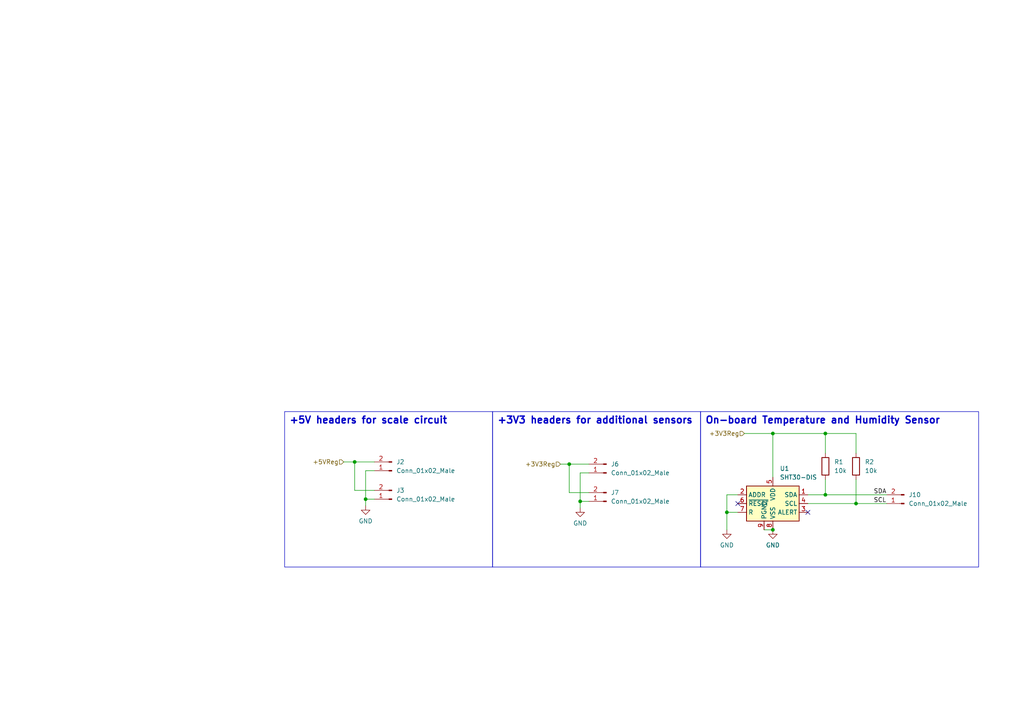
<source format=kicad_sch>
(kicad_sch (version 20230121) (generator eeschema)
  (paper "A4")
  (title_block (title "Power Distribution and Environmental Sensor") (date "2023-05-20") (rev "V2") (company "University of Cape Town") (comment 1 "Author: Sarah Tallack"))
  (lib_symbols
    (symbol "Connector:Conn_01x02_Male" (pin_names (offset 1.016) hide)
      (property "Reference" "J" (at 0 2.54 0))
      (property "Value" "Conn_01x02_Male" (at 0 -5.08 0))
      (symbol "Conn_01x02_Male_1_1"
        (polyline (pts (xy 1.27 -2.54) (xy 0.8636 -2.54)) (stroke (width 0.1524)))
        (polyline (pts (xy 1.27 0) (xy 0.8636 0)) (stroke (width 0.1524)))
        (rectangle (start 0.8636 -2.413) (end 0 -2.667) (stroke (width 0.1524)) (fill (type outline)))
        (rectangle (start 0.8636 0.127) (end 0 -0.127) (stroke (width 0.1524)) (fill (type outline)))
        (pin passive line (at 5.08 0 180) (length 3.81) (name "Pin_1") (number "1"))
        (pin passive line (at 5.08 -2.54 180) (length 3.81) (name "Pin_2") (number "2"))
      )
    )
    (symbol "Device:R" (pin_numbers hide) (pin_names (offset 0))
      (property "Reference" "R" (at 2.032 0 90))
      (property "Value" "R" (at 0 0 90))
      (symbol "R_0_1"
        (rectangle (start -1.016 -2.54) (end 1.016 2.54) (stroke (width 0.254)))
      )
      (symbol "R_1_1"
        (pin passive line (at 0 3.81 270) (length 1.27) (name "~") (number "1"))
        (pin passive line (at 0 -3.81 90) (length 1.27) (name "~") (number "2"))
      )
    )
    (symbol "SarahLib:SHT30-DIS"
      (property "Reference" "U5" (at 2.0194 10.16 0))
      (property "Value" "SHT30-DIS" (at 2.0194 7.62 0))
      (symbol "SHT30-DIS_0_1"
        (rectangle (start -7.62 5.08) (end 7.62 -5.08) (stroke (width 0.254)) (fill (type background)))
      )
      (symbol "SHT30-DIS_1_1"
        (pin bidirectional line (at 10.16 2.54 180) (length 2.54) (name "SDA") (number "1"))
        (pin input line (at -10.16 2.54 0) (length 2.54) (name "ADDR") (number "2"))
        (pin output line (at 10.16 -2.54 180) (length 2.54) (name "ALERT") (number "3"))
        (pin input line (at 10.16 0 180) (length 2.54) (name "SCL") (number "4"))
        (pin power_in line (at 0 7.62 270) (length 2.54) (name "VDD") (number "5"))
        (pin input line (at -10.16 0 0) (length 2.54) (name "~{RESET}") (number "6"))
        (pin passive line (at -10.16 -2.54 0) (length 2.54) (name "R") (number "7"))
        (pin power_in line (at 0 -7.62 90) (length 2.54) (name "VSS") (number "8"))
        (pin passive line (at -2.54 -7.62 90) (length 2.54) (name "PGND") (number "9"))
      )
    )
    (symbol "power:GND" (power) (pin_names (offset 0))
      (property "Value" "GND" (at 0 -3.81 0))
      (symbol "GND_0_1"
        (polyline (pts (xy 0 0) (xy 0 -1.27) (xy 1.27 -1.27) (xy 0 -2.54) (xy -1.27 -1.27) (xy 0 -1.27)))
      )
      (symbol "GND_1_1"
        (pin power_in line (at 0 0 270) (length 0) hide (name "GND") (number "1"))
      )
    )
  )
  (junction (at 239.395 143.51))
  (junction (at 248.285 146.05))
  (junction (at 224.155 153.67))
  (junction (at 102.87 133.985))
  (junction (at 239.395 125.73))
  (junction (at 106.045 144.78))
  (junction (at 224.155 125.73))
  (junction (at 165.1 134.62))
  (junction (at 168.275 145.415))
  (junction (at 210.82 148.59))
  (no_connect (at 213.995 146.05))
  (no_connect (at 234.315 148.59))
  (wire (pts (xy 165.1 142.875) (xy 165.1 134.62)))
  (wire (pts (xy 210.82 143.51) (xy 213.995 143.51)))
  (wire (pts (xy 224.155 125.73) (xy 239.395 125.73)))
  (wire (pts (xy 162.56 134.62) (xy 165.1 134.62)))
  (wire (pts (xy 210.82 153.67) (xy 210.82 148.59)))
  (wire (pts (xy 106.045 146.685) (xy 106.045 144.78)))
  (wire (pts (xy 239.395 125.73) (xy 239.395 131.445)))
  (wire (pts (xy 239.395 143.51) (xy 257.175 143.51)))
  (wire (pts (xy 165.1 134.62) (xy 170.815 134.62)))
  (wire (pts (xy 168.275 147.32) (xy 168.275 145.415)))
  (wire (pts (xy 170.815 137.16) (xy 168.275 137.16)))
  (wire (pts (xy 102.87 142.24) (xy 102.87 133.985)))
  (wire (pts (xy 210.82 148.59) (xy 210.82 143.51)))
  (wire (pts (xy 248.285 146.05) (xy 234.315 146.05)))
  (wire (pts (xy 210.82 148.59) (xy 213.995 148.59)))
  (wire (pts (xy 248.285 125.73) (xy 239.395 125.73)))
  (wire (pts (xy 102.87 133.985) (xy 108.585 133.985)))
  (wire (pts (xy 221.615 153.67) (xy 224.155 153.67)))
  (wire (pts (xy 234.315 143.51) (xy 239.395 143.51)))
  (wire (pts (xy 248.285 131.445) (xy 248.285 125.73)))
  (wire (pts (xy 224.155 138.43) (xy 224.155 125.73)))
  (wire (pts (xy 108.585 136.525) (xy 106.045 136.525)))
  (wire (pts (xy 239.395 139.065) (xy 239.395 143.51)))
  (wire (pts (xy 248.285 139.065) (xy 248.285 146.05)))
  (wire (pts (xy 106.045 144.78) (xy 108.585 144.78)))
  (wire (pts (xy 168.275 145.415) (xy 170.815 145.415)))
  (wire (pts (xy 170.815 142.875) (xy 165.1 142.875)))
  (wire (pts (xy 106.045 136.525) (xy 106.045 144.78)))
  (wire (pts (xy 248.285 146.05) (xy 257.175 146.05)))
  (wire (pts (xy 99.695 133.985) (xy 102.87 133.985)))
  (wire (pts (xy 168.275 137.16) (xy 168.275 145.415)))
  (wire (pts (xy 224.155 125.73) (xy 215.9 125.73)))
  (wire (pts (xy 108.585 142.24) (xy 102.87 142.24)))
  (rectangle (start 203.2 119.38) (end 283.845 164.465))
  (rectangle (start 82.55 119.38) (end 142.875 164.465))
  (rectangle (start 142.875 119.38) (end 203.2 164.465))
  (text "On-board Temperature and Humidity Sensor" (at 204.47 123.19 0) (effects (font (size 2 2) (thickness 0.4) bold) (justify left bottom)))
  (text "+3V3 headers for additional sensors" (at 144.145 123.19 0) (effects (font (size 2 2) (thickness 0.4) bold) (justify left bottom)))
  (text "+5V headers for scale circuit\n" (at 83.82 123.19 0) (effects (font (size 2 2) (thickness 0.4) bold) (justify left bottom)))
  (label "SCL" (at 253.365 146.05 0))
  (label "SDA" (at 253.365 143.51 0))
  (hierarchical_label "+3V3Reg" (shape input) (at 162.56 134.62 180))
  (hierarchical_label "+3V3Reg" (shape input) (at 215.9 125.73 180))
  (hierarchical_label "+5VReg" (shape input) (at 99.695 133.985 180))
  (symbol (lib_id "power:GND") (at 224.155 153.67 0) (unit 1)
    (property "Reference" "#PWR06" (effects hide))
    (property "Value" "GND" (at 224.155 158.115 0))
  )
  (symbol (lib_id "SarahLib:SHT30-DIS") (at 224.155 146.05 0) (unit 1)
    (property "Reference" "U1" (at 226.1744 135.89 0) (effects (justify left)))
    (property "Value" "SHT30-DIS" (at 226.1744 138.43 0) (effects (justify left)))
    (property "Footprint" "Sensor_Humidity:Sensirion_DFN-8-1EP_2.5x2.5mm_P0.5mm_EP1.1x1.7mm" (effects hide))
    (property "Datasheet" "https://datasheet.lcsc.com/lcsc/2106070104_Sensirion-SHT30-DIS-B10KS_C2687423.pdf" (effects hide))
    (property "Alt_LCSC" "C77361" (effects hide))
    (property "Extended" "1" (effects hide))
    (property "LCSC" "C2687423" (effects hide))
    (property "Price" "1.3917 " (effects hide))
    (property "Populate" "Yes" (effects hide))
  )
  (symbol (lib_id "Connector:Conn_01x02_Male") (at 113.665 136.525 180) (unit 1)
    (property "Reference" "J2" (at 114.935 133.9849 0) (effects (justify right)))
    (property "Value" "Conn_01x02_Male" (at 114.935 136.5249 0) (effects (justify right)))
    (property "Footprint" "Connector_PinHeader_2.54mm:PinHeader_1x02_P2.54mm_Vertical" (effects hide))
    (property "Populate" "No" (effects hide))
  )
  (symbol (lib_id "power:GND") (at 106.045 146.685 0) (unit 1)
    (property "Reference" "#PWR03" (effects hide))
    (property "Value" "GND" (at 106.045 151.13 0))
  )
  (symbol (lib_id "Device:R") (at 239.395 135.255 0) (unit 1)
    (property "Reference" "R1" (at 241.935 133.9849 0) (effects (justify left)))
    (property "Value" "10k" (at 241.935 136.5249 0) (effects (justify left)))
    (property "Footprint" "Resistor_SMD:R_0402_1005Metric" (effects hide))
    (property "Datasheet" "https://datasheet.lcsc.com/lcsc/2206010100_UNI-ROYAL-Uniroyal-Elec-0402WGF1002TCE_C25744.pdf" (effects hide))
    (property "Price" "0.0006" (effects hide))
    (property "Extended" "0" (effects hide))
    (property "LCSC" "C25744" (effects hide))
    (property "Populate" "Yes" (effects hide))
  )
  (symbol (lib_id "Connector:Conn_01x02_Male") (at 175.895 137.16 180) (unit 1)
    (property "Reference" "J6" (at 177.165 134.6199 0) (effects (justify right)))
    (property "Value" "Conn_01x02_Male" (at 177.165 137.1599 0) (effects (justify right)))
    (property "Footprint" "Connector_PinHeader_2.54mm:PinHeader_1x02_P2.54mm_Vertical" (effects hide))
    (property "Populate" "No" (effects hide))
  )
  (symbol (lib_id "Connector:Conn_01x02_Male") (at 175.895 145.415 180) (unit 1)
    (property "Reference" "J7" (at 177.165 142.8749 0) (effects (justify right)))
    (property "Value" "Conn_01x02_Male" (at 177.165 145.4149 0) (effects (justify right)))
    (property "Footprint" "Connector_PinHeader_2.54mm:PinHeader_1x02_P2.54mm_Vertical" (effects hide))
    (property "Populate" "No" (effects hide))
  )
  (symbol (lib_id "power:GND") (at 168.275 147.32 0) (unit 1)
    (property "Reference" "#PWR04" (effects hide))
    (property "Value" "GND" (at 168.275 151.765 0))
  )
  (symbol (lib_id "Connector:Conn_01x02_Male") (at 113.665 144.78 180) (unit 1)
    (property "Reference" "J3" (at 114.935 142.2399 0) (effects (justify right)))
    (property "Value" "Conn_01x02_Male" (at 114.935 144.7799 0) (effects (justify right)))
    (property "Footprint" "Connector_PinHeader_2.54mm:PinHeader_1x02_P2.54mm_Vertical" (effects hide))
    (property "Populate" "No" (effects hide))
  )
  (symbol (lib_id "Device:R") (at 248.285 135.255 0) (unit 1)
    (property "Reference" "R2" (at 250.825 133.9849 0) (effects (justify left)))
    (property "Value" "10k" (at 250.825 136.5249 0) (effects (justify left)))
    (property "Footprint" "Resistor_SMD:R_0402_1005Metric" (effects hide))
    (property "Datasheet" "https://datasheet.lcsc.com/lcsc/2206010100_UNI-ROYAL-Uniroyal-Elec-0402WGF1002TCE_C25744.pdf" (effects hide))
    (property "Price" "0.0006" (effects hide))
    (property "Extended" "0" (effects hide))
    (property "LCSC" "C25744" (effects hide))
    (property "Populate" "Yes" (effects hide))
  )
  (symbol (lib_id "power:GND") (at 210.82 153.67 0) (unit 1)
    (property "Reference" "#PWR05" (effects hide))
    (property "Value" "GND" (at 210.82 158.115 0))
  )
  (symbol (lib_id "Connector:Conn_01x02_Male") (at 262.255 146.05 180) (unit 1)
    (property "Reference" "J10" (at 263.525 143.5099 0) (effects (justify right)))
    (property "Value" "Conn_01x02_Male" (at 263.525 146.0499 0) (effects (justify right)))
    (property "Footprint" "Connector_PinHeader_2.54mm:PinHeader_1x02_P2.54mm_Vertical" (effects hide))
    (property "Populate" "No" (effects hide))
  )
)
</source>
